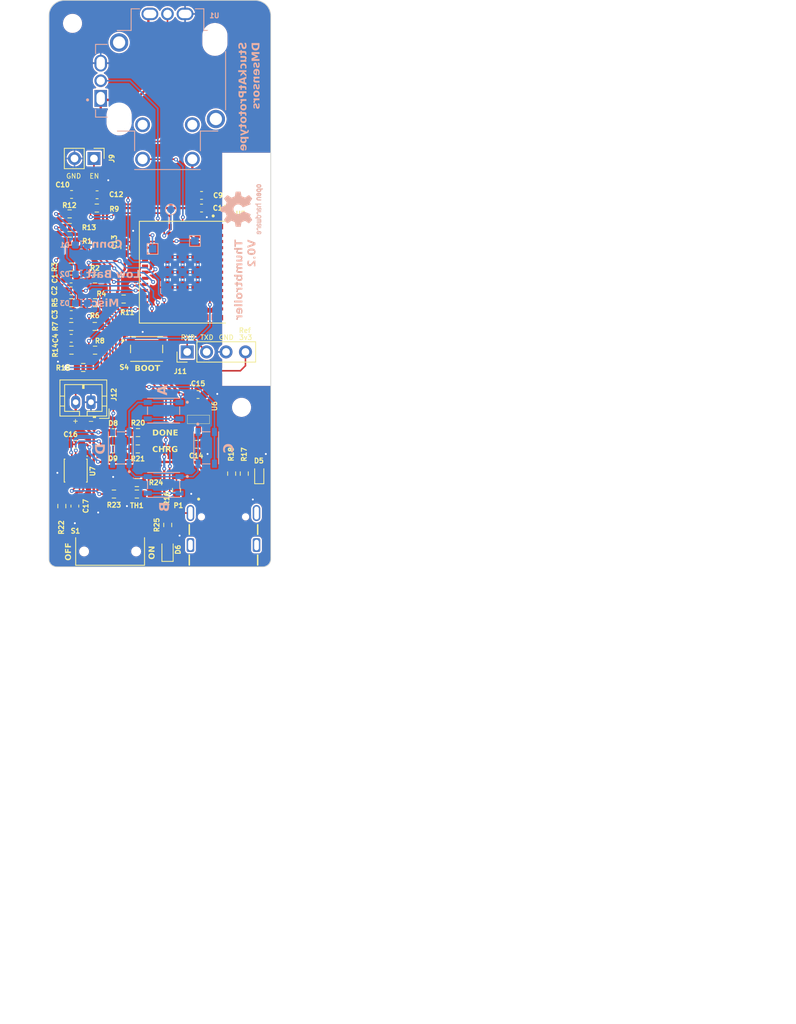
<source format=kicad_pcb>
(kicad_pcb (version 20240108) (generator "pcbnew") (generator_version "8.0")
  (layers (0 "F.Cu" signal) (1 "In1.Cu" signal) (2 "In2.Cu" signal) (31 "B.Cu" signal) (34 "B.Paste" user) (35 "F.Paste" user) (36 "B.SilkS" user "B.Silkscreen") (37 "F.SilkS" user "F.Silkscreen") (38 "B.Mask" user) (39 "F.Mask" user) (44 "Edge.Cuts" user))
  (net 0 "")
  (net 1 "LIPO+")
  (net 2 "GND")
  (net 3 "+3V3")
  (net 4 "/CP_EN")
  (net 5 "/raw_voltage")
  (net 6 "+5V")
  (net 7 "Net-(D1-A)")
  (net 8 "Net-(D2-A)")
  (net 9 "Net-(D3-A)")
  (net 10 "/SW_A")
  (net 11 "/U0RXD")
  (net 12 "/U0TXD")
  (net 13 "/SW_B")
  (net 14 "Net-(R2-Pad2)")
  (net 15 "Net-(R4-Pad2)")
  (net 16 "Net-(U5-IO13)")
  (net 17 "Net-(U5-IO14)")
  (net 18 "/VR_BTN")
  (net 19 "/VR2")
  (net 20 "/VR1")
  (net 21 "/ADC_BATT")
  (net 22 "Net-(U5-IO08)")
  (net 23 "Net-(U5-IO27)")
  (net 24 "Net-(U5-IO26)")
  (net 25 "Net-(U5-IO25)")
  (net 26 "Net-(P1-SHIELD)")
  (net 27 "Net-(P1-VCONN)")
  (net 28 "Net-(P1-CC)")
  (net 29 "/STAT1")
  (net 30 "/STAT2")
  (net 31 "/PG")
  (net 32 "Net-(U7-PROG)")
  (net 33 "Net-(R23-Pad1)")
  (net 34 "Net-(U7-THERM)")
  (net 37 "Net-(U5-IO0)")
  (net 49 "Net-(D8-A)")
  (net 50 "Net-(D9-A)")
  (net 51 "Net-(D6-A)")
  (net 52 "/CHRGR+")
  (net 53 "Net-(U5-IO9)")
  (net 54 "/SW_C")
  (net 55 "/SW_D")
  (net 56 "Net-(R6-Pad2)")
  (net 57 "Net-(R8-Pad2)")
  (footprint "kicad_reformed_custom_IC:AP2204" (layer "F.Cu") (at 77.5 83.7)
    (property "Reference" "U6")
    (property "Value" "AP2204")
  )
  (footprint "MountingHole:MountingHole_2.2mm_M2" (layer "F.Cu") (at 61.087 32.004)
    (property "Reference" "REF**" (hide yes))
    (property "Value" "MountingHole_2.2mm_M2")
  )
  (footprint "kicad_reformed_custom_IC:SW_PTS810_SJM_250_SMTR_LFS" (layer "F.Cu") (at 70.7722 74.5408)
    (property "Reference" "S4")
    (property "Value" "TL4100AF240QG_")
  )
  (footprint "Resistor_SMD:R_0603_1608Metric" (layer "F.Cu") (at 81.8896 90.8304 90)
    (property "Reference" "R18")
    (property "Value" "5k1")
  )
  (footprint "Capacitor_SMD:C_0603_1608Metric" (layer "F.Cu") (at 60.8962 65.405 180)
    (property "Reference" "C1")
    (property "Value" "1uF 25V")
  )
  (footprint "Resistor_SMD:R_0603_1608Metric" (layer "F.Cu") (at 60.947 74.7014 180)
    (property "Reference" "R14")
    (property "Value" "100k")
  )
  (footprint "kicad_reformed_custom_IC:SW_JS102011SAQN" (layer "F.Cu") (at 66 101)
    (property "Reference" "S1")
    (property "Value" "JS102011SAQN")
  )
  (footprint "Resistor_SMD:R_0603_1608Metric" (layer "F.Cu") (at 60.8924 63.8444 180)
    (property "Reference" "R3")
    (property "Value" "100k")
  )
  (footprint "Resistor_SMD:R_0603_1608Metric" (layer "F.Cu") (at 66.5 93.5 180)
    (property "Reference" "R23")
    (property "Value" "1.43K")
  )
  (footprint "Capacitor_SMD:C_0603_1608Metric" (layer "F.Cu") (at 77.9526 56.134)
    (property "Reference" "C11")
    (property "Value" "0.1uF")
  )
  (footprint "Capacitor_SMD:C_0603_1608Metric" (layer "F.Cu") (at 77.9526 54.483)
    (property "Reference" "C9")
    (property "Value" "47uF")
  )
  (footprint "Connector_PinHeader_2.54mm:PinHeader_1x02_P2.54mm_Vertical" (layer "F.Cu") (at 63.886 49.657 -90)
    (property "Reference" "J9")
    (property "Value" "Chip Enable")
  )
  (footprint "Resistor_SMD:R_0603_1608Metric" (layer "F.Cu") (at 64.0204 65.405)
    (property "Reference" "R2")
    (property "Value" "10k")
  )
  (footprint "Diode_SMD:D_0603_1608Metric" (layer "F.Cu") (at 73.5076 100.8126 90)
    (property "Reference" "D6")
    (property "Value" "PWLED")
  )
  (footprint "Capacitor_SMD:C_0603_1608Metric" (layer "F.Cu") (at 67.9196 61.3156 90)
    (property "Reference" "C13")
    (property "Value" "0.1uF")
  )
  (footprint "Resistor_SMD:R_0603_1608Metric" (layer "F.Cu") (at 69.5 93.5)
    (property "Reference" "TH1")
    (property "Value" "TH 10k")
  )
  (footprint "Resistor_SMD:R_0603_1608Metric" (layer "F.Cu") (at 64.0334 68.5038)
    (property "Reference" "R4")
    (property "Value" "10k")
  )
  (footprint "Capacitor_SMD:C_0603_1608Metric" (layer "F.Cu") (at 66.3978 87.6186)
    (property "Reference" "D9")
    (property "Value" "LED")
  )
  (footprint "Connector_PinHeader_2.54mm:PinHeader_1x04_P2.54mm_Vertical" (layer "F.Cu") (at 76.075 74.93 90)
    (property "Reference" "J11")
    (property "Value" "UART")
  )
  (footprint "Resistor_SMD:R_0603_1608Metric" (layer "F.Cu") (at 64.262 56.134 180)
    (property "Reference" "R9")
    (property "Value" "10k")
  )
  (footprint "Capacitor_SMD:C_0603_1608Metric" (layer "F.Cu") (at 60.9216 70.0532 180)
    (property "Reference" "C3")
    (property "Value" "1uF 25V")
  )
  (footprint "kicad_reformed_custom_IC:GCT_USB4105-GF-A" (layer "F.Cu") (at 80.8225 100.1625)
    (property "Reference" "P1")
    (property "Value" "USB_C_Plug_USB2.0")
  )
  (footprint "Resistor_SMD:R_0603_1608Metric" (layer "F.Cu") (at 69.5 92 180)
    (property "Reference" "R24")
    (property "Value" "75K")
  )
  (footprint "Capacitor_SMD:C_0603_1608Metric" (layer "F.Cu") (at 77.5 80.5)
    (property "Reference" "C15")
    (property "Value" "10uF")
  )
  (footprint "Capacitor_SMD:C_0603_1608Metric" (layer "F.Cu") (at 64.296 54.398)
    (property "Reference" "C12")
    (property "Value" "0.1uF")
  )
  (footprint "Diode_SMD:D_SOD-523" (layer "F.Cu") (at 85.4964 90.8924 90)
    (property "Reference" "D5")
    (property "Value" "TPD1E10B06DPYR")
  )
  (footprint "Resistor_SMD:R_0603_1608Metric" (layer "F.Cu") (at 60.9216 68.5038 180)
    (property "Reference" "R5")
    (property "Value" "100k")
  )
  (footprint "MountingHole:MountingHole_2.2mm_M2" (layer "F.Cu") (at 83.185 82.169)
    (property "Reference" "REF**" (hide yes))
    (property "Value" "MountingHole_2.2mm_M2")
  )
  (footprint "Capacitor_SMD:C_0603_1608Metric" (layer "F.Cu") (at 61.3918 95.0722 -90)
    (property "Reference" "C17")
    (property "Value" "22uF")
  )
  (footprint "Capacitor_SMD:C_0603_1608Metric" (layer "F.Cu") (at 60.8962 66.9544 180)
    (property "Reference" "C2")
    (property "Value" "1uF 25V")
  )
  (footprint "Resistor_SMD:R_0603_1608Metric" (layer "F.Cu") (at 67.7672 68.0212 180)
    (property "Reference" "R11")
    (property "Value" "10k")
  )
  (footprint "Resistor_SMD:R_0603_1608Metric" (layer "F.Cu") (at 62.484 76.962 180)
    (property "Reference" "R10")
    (property "Value" "10k")
  )
  (footprint "kicad_reformed_custom_IC:SON50P300X300X100-11N" (layer "F.Cu") (at 61.5 90.435 -90)
    (property "Reference" "U7")
    (property "Value" "MCP73833")
  )
  (footprint "Resistor_SMD:R_0603_1608Metric" (layer "F.Cu") (at 73.533 97.536 90)
    (property "Reference" "R25")
    (property "Value" "200")
  )
  (footprint "Resistor_SMD:R_0603_1608Metric" (layer "F.Cu") (at 69.6214 87.6046 180)
    (property "Reference" "R21")
    (property "Value" "470")
  )
  (footprint "Resistor_SMD:R_0603_1608Metric" (layer "F.Cu") (at 83.5406 90.8304 90)
    (property "Reference" "R17")
    (property "Value" "5k1")
  )
  (footprint "Capacitor_SMD:C_0603_1608Metric" (layer "F.Cu") (at 60.9216 73.152 180)
    (property "Reference" "C4")
    (property "Value" "1uF 25V")
  )
  (footprint "Capacitor_SMD:C_0603_1608Metric" (layer "F.Cu") (at 77.25 87)
    (property "Reference" "C14")
    (property "Value" "2.2uF")
  )
  (footprint "Capacitor_SMD:C_0603_1608Metric" (layer "F.Cu") (at 66.3956 85.471)
    (property "Reference" "D8")
    (property "Value" "LED")
  )
  (footprint "Resistor_SMD:R_0603_1608Metric" (layer "F.Cu") (at 74.676 92.9894 90)
    (property "Reference" "R16")
    (property "Value" "1M")
  )
  (footprint "MountingHole:MountingHole_2.2mm_M2" (layer "F.Cu") (at 82.804 50.165)
    (property "Reference" "REF**" (hide yes))
    (property "Value" "MountingHole_2.2mm_M2")
  )
  (footprint "Capacitor_SMD:C_0603_1608Metric" (layer "F.Cu") (at 60.96 54.356 180)
    (property "Reference" "C10")
    (property "Value" "1uF 25V")
  )
  (footprint "Connector_JST:JST_PH_B2B-PH-K_1x02_P2.00mm_Vertical" (layer "F.Cu") (at 63.5 81.5 180)
    (property "Reference" "J12")
    (property "Value" "JST 2.0 BATT")
  )
  (footprint "Resistor_SMD:R_0603_1608Metric" (layer "F.Cu") (at 60.706 58.674)
    (property "Reference" "R13")
    (property "Value" "200")
  )
  (footprint "Resistor_SMD:R_0603_1608Metric" (layer "F.Cu") (at 69.6456 85.471 180)
    (property "Reference" "R20")
    (property "Value" "470")
  )
  (footprint "Resistor_SMD:R_0603_1608Metric" (layer "F.Cu") (at 60.9094 71.6026 180)
    (property "Reference" "R7")
    (property "Value" "100k")
  )
  (footprint "Capacitor_SMD:C_0603_1608Metric" (layer "F.Cu") (at 61.5 87 180)
    (property "Reference" "C16")
    (property "Value" "10uF")
  )
  (footprint "Resistor_SMD:R_0603_1608Metric" (layer "F.Cu") (at 63.995 71.6026)
    (property "Reference" "R6")
    (property "Value" "10k")
  )
  (footprint "Resistor_SMD:R_0603_1608Metric" (layer "F.Cu") (at 59.69 95.0722 -90)
    (property "Reference" "R22")
    (property "Value" "1.43K")
  )
  (footprint "Resistor_SMD:R_0603_1608Metric" (layer "F.Cu") (at 64.0336 74.7014)
    (property "Reference" "R8")
    (property "Value" "10k")
  )
  (footprint "kicad_reformed_custom_IC:MODULE_ESP32-H2-MINI-1-H2" (layer "F.Cu") (at 78.175 64.5125 -90)
    (property "Reference" "U5")
    (property "Value" "ESP32-H2-MINI-1")
  )
  (footprint "Resistor_SMD:R_0603_1608Metric" (layer "F.Cu") (at 60.706 56.896)
    (property "Reference" "R12")
    (property "Value" "200")
  )
  (footprint "Resistor_SMD:R_0603_1608Metric" (layer "F.Cu") (at 60.706 60.452)
    (property "Reference" "R1")
    (property "Value" "200")
  )
  (footprint "Symbol:OSHW-Logo2_7.3x6mm_SilkScreen" (layer "B.Cu") (at 83.2104 56.2864 -90)
    (property "Reference" "REF**" (hide yes))
    (property "Value" "OSHW-Logo2_7.3x6mm_SilkScreen" (hide yes))
  )
  (footprint "TestPoint:TestPoint_Pad_1.0x1.0mm" (layer "B.Cu") (at 71.5518 61.468 180)
    (property "Reference" "TP1" (hide yes))
    (property "Value" "0_IN1")
  )
  (footprint "Capacitor_SMD:C_0603_1608Metric" (layer "B.Cu") (at 62.23 60.96 180)
    (property "Reference" "D1")
    (property "Value" "LED")
  )
  (footprint "Capacitor_SMD:C_0603_1608Metric" (layer "B.Cu") (at 62.23 64.77 180)
    (property "Reference" "D2")
    (property "Value" "LED")
  )
  (footprint "kicad_reformed_custom_IC:LOGO_6mm_microDMG" (layer "B.Cu") (at 81.167142 93.605234 -90)
    (property "Reference" "G***" (hide yes))
    (property "Value" "LOGO" (hide yes))
  )
  (footprint "Capacitor_SMD:C_0603_1608Metric" (layer "B.Cu") (at 62.23 68.58 180)
    (property "Reference" "D3")
    (property "Value" "LED")
  )
  (footprint "kicad_reformed_custom_IC:SW_PTS810_SJM_250_SMTR_LFS" (layer "B.Cu") (at 67.4034 87.4698 90)
    (property "Reference" "S6" (hide yes))
    (property "Value" "TL4100AF240QG_")
  )
  (footprint "kicad_reformed_custom_IC:SW_PTS810_SJM_250_SMTR_LFS" (layer "B.Cu") (at 72.9996 92.3036 180)
    (property "Reference" "S3" (hide yes))
    (property "Value" "TL4100AF240QG_")
  )
  (footprint "TestPoint:TestPoint_Pad_D1.0mm" (layer "B.Cu") (at 73.9394 56.3118 180)
    (property "Reference" "TP3" (hide yes))
    (property "Value" "TP")
  )
  (footprint "kicad_reformed_custom_IC:SW_PTS810_SJM_250_SMTR_LFS" (layer "B.Cu") (at 78.5622 87.4615 -90)
    (property "Reference" "S5" (hide yes))
    (property "Value" "TL4100AF240QG_")
  )
  (footprint "kicad_reformed_custom_IC:CNK_THB001P" (layer "B.Cu") (at 73.5 39.5 180)
    (property "Reference" "U1")
    (property "Value" "THB001P")
  )
  (footprint "TestPoint:TestPoint_Pad_1.0x1.0mm" (layer "B.Cu") (at 77.089 60.4266 180)
    (property "Reference" "TP2" (hide yes))
    (property "Value" "0_IN2")
  )
  (footprint "kicad_reformed_custom_IC:SW_PTS810_SJM_250_SMTR_LFS" (layer "B.Cu") (at 72.9918 82.6008 180)
    (property "Reference" "S2" (hide yes))
    (property "Value" "TL4100AF240QG_")
  )
  (gr_arc (start 85 29) (mid 86.414214 29.585786) (end 87 31) (stroke (width 0.1)) (layer "Edge.Cuts"))
  (gr_line (start 58 31) (end 58 102) (stroke (width 0.1)) (layer "Edge.Cuts"))
  (gr_line (start 87 102) (end 87 31) (stroke (width 0.1)) (layer "Edge.Cuts"))
  (gr_line (start 85 29) (end 60 29) (stroke (width 0.1)) (layer "Edge.Cuts"))
  (gr_line (start 59 103) (end 86 103) (stroke (width 0.1)) (layer "Edge.Cuts"))
  (gr_arc (start 87 102) (mid 86.707107 102.707107) (end 86 103) (stroke (width 0.1)) (layer "Edge.Cuts"))
  (gr_arc (start 59 103) (mid 58.292893 102.707107) (end 58 102) (stroke (width 0.1)) (layer "Edge.Cuts"))
  (gr_arc (start 58 31) (mid 58.585786 29.585786) (end 60 29) (stroke (width 0.1)) (layer "Edge.Cuts"))
  (gr_text "B" (at 73.914 94.488 90) (layer "B.SilkS") (effects (font (size 1.27 1.27) (thickness 0.1016) (bold yes)) (justify left bottom mirror)))
  (gr_text "StuckAtPrototype\nDMsensors" (at 85.6996 34.4424 90) (layer "B.SilkS") (effects (font (size 1.016 1.016) (thickness 0.1016) (bold yes)) (justify left bottom mirror)))
  (gr_text "Misc" (at 67.183 69.1896 0) (layer "B.SilkS") (effects (font (size 1.016 1.016) (thickness 0.1016) (bold yes)) (justify left bottom mirror)))
  (gr_text "Thumbtroller\nV0.2" (at 85.1662 60.2488 90) (layer "B.SilkS") (effects (font (size 1.016 1.016) (thickness 0.127) (bold yes)) (justify left bottom mirror)))
  (gr_text "D" (at 65.532 86.868 90) (layer "B.SilkS") (effects (font (size 1.27 1.27) (thickness 0.1016) (bold yes)) (justify left bottom mirror)))
  (gr_text "C" (at 82.296 86.868 90) (layer "B.SilkS") (effects (font (size 1.27 1.27) (thickness 0.1016) (bold yes)) (justify left bottom mirror)))
  (gr_text "Low Batt" (at 69.9516 65.4304 0) (layer "B.SilkS") (effects (font (size 1.016 1.016) (thickness 0.1016) (bold yes)) (justify left bottom mirror)))
  (gr_text "Conn" (at 67.6148 61.4934 0) (layer "B.SilkS") (effects (font (size 1.016 1.016) (thickness 0.1016) (bold yes)) (justify left bottom mirror)))
  (gr_text "A" (at 73.66 79.248 90) (layer "B.SilkS") (effects (font (size 1.27 1.27) (thickness 0.1016) (bold yes)) (justify left bottom mirror)))
  (gr_text "3v3" (at 82.804 73.406 0) (layer "F.SilkS") (effects (font (size 0.635 0.635) (thickness 0.1016) (bold yes)) (justify left bottom)))
  (gr_text "GND" (at 60.198 52.324 0) (layer "F.SilkS") (effects (font (size 0.635 0.635) (thickness 0.1016) (bold yes)) (justify left bottom)))
  (gr_text "EN" (at 63.246 52.324 0) (layer "F.SilkS") (effects (font (size 0.635 0.635) (thickness 0.1016) (bold yes)) (justify left bottom)))
  (gr_text "ON" (at 71.9328 102.0572 90) (layer "F.SilkS") (effects (font (size 0.762 0.762) (thickness 0.1016) (bold yes)) (justify left bottom)))
  (gr_text "BOOT" (at 69.1896 77.5462 0) (layer "F.SilkS") (effects (font (size 0.762 0.762) (thickness 0.1016) (bold yes)) (justify left bottom)))
  (gr_text "CHRG" (at 71.501 88.138 0) (layer "F.SilkS") (effects (font (size 0.762 0.762) (thickness 0.1016) (bold yes)) (justify left bottom)))
  (gr_text "DONE" (at 71.501 85.979 0) (layer "F.SilkS") (effects (font (size 0.762 0.762) (thickness 0.1016) (bold yes)) (justify left bottom)))
  (gr_text "RXD" (at 75.184 73.406 0) (layer "F.SilkS") (effects (font (size 0.635 0.635) (thickness 0.1016) (bold yes)) (justify left bottom)))
  (gr_text "Ref" (at 82.7786 72.4916 0) (layer "F.SilkS") (effects (font (size 0.635 0.635) (thickness 0.1016) (bold yes)) (justify left bottom)))
  (gr_text "TXD" (at 77.724 73.406 0) (layer "F.SilkS") (effects (font (size 0.635 0.635) (thickness 0.1016) (bold yes)) (justify left bottom)))
  (gr_text "+" (at 61.0108 84.3026 0) (layer "F.SilkS") (effects (font (size 0.635 0.635) (thickness 0.1016) (bold yes)) (justify left bottom)))
  (gr_text "-" (at 63.0428 84.328 0) (layer "F.SilkS") (effects (font (size 0.635 0.635) (thickness 0.1016) (bold yes)) (justify left bottom)))
  (gr_text "GND" (at 80.137 73.406 0) (layer "F.SilkS") (effects (font (size 0.635 0.635) (thickness 0.1016) (bold yes)) (justify left bottom)))
  (gr_text "OFF" (at 61.0108 102.2096 90) (layer "F.SilkS") (effects (font (size 0.762 0.762) (thickness 0.1016) (bold yes)) (justify left bottom)))
  (segment (start 63.309 77.9912) (end 62.7888 78.5114) (width 0.2032) (layer "F.Cu") (net 1))
  (segment (start 63.8556 93.8022) (end 63.8556 85.852) (width 0.3048) (layer "F.Cu") (net 1))
  (segment (start 61.5 79.0128) (end 61.5 81.5) (width 0.2032) (layer "F.Cu") (net 1))
  (segment (start 66 98.25) (end 66 95.9466) (width 0.3048) (layer "F.Cu") (net 1))
  (segment (start 61.5 83.4964) (end 61.5 81.5) (width 0.3048) (layer "F.Cu") (net 1))
  (segment (start 62.7888 78.5114) (end 62.0014 78.5114) (width 0.2032) (layer "F.Cu") (net 1))
  (segment (start 63.8556 85.852) (end 61.5 83.4964) (width 0.3048) (layer "F.Cu") (net 1))
  (segment (start 63.309 76.962) (end 63.309 77.9912) (width 0.2032) (layer "F.Cu") (net 1))
  (segment (start 62.0014 78.5114) (end 61.5 79.0128) (width 0.2032) (layer "F.Cu") (net 1))
  (segment (start 66 95.9466) (end 63.8556 93.8022) (width 0.3048) (layer "F.Cu") (net 1))
  (segment (start 74.4875 66.4875) (end 73.5 66.4875) (width 0.2032) (layer "F.Cu") (net 2))
  (segment (start 73.5 65.5) (end 73.5 66.4875) (width 0.2032) (layer "F.Cu") (net 2))
  (segment (start 76.4625 66.4875) (end 77.45 66.4875) (width 0.2032) (layer "F.Cu") (net 2))
  (segment (start 75.475 64.5125) (end 76.4625 64.5125) (width 0.2032) (layer "F.Cu") (net 2))
  (segment (start 73.5 64.5125) (end 73.5 63.525) (width 0.2032) (layer "F.Cu") (net 2))
  (segment (start 75.475 64.5125) (end 74.4875 64.5125) (width 0.2032) (layer "F.Cu") (net 2))
  (segment (start 75.475 65.5) (end 75.475 66.4875) (width 0.2032) (layer "F.Cu") (net 2))
  (segment (start 77.45 63.525) (end 77.45 62.5375) (width 0.2032) (layer "F.Cu") (net 2))
  (segment (start 63.4106 81.4106) (end 63.5 81.5) (width 0.2032) (layer "F.Cu") (net 2))
  (segment (start 77.45 65.5) (end 77.45 66.4875) (width 0.2032) (layer "F.Cu") (net 2))
  (segment (start 73.5 65.5) (end 73.5 64.5125) (width 0.2032) (layer "F.Cu") (net 2))
  (segment (start 73.5 63.525) (end 73.5 62.5375) (width 0.2032) (layer "F.Cu") (net 2))
  (segment (start 77.45 63.525) (end 77.45 64.5125) (width 0.2032) (layer "F.Cu") (net 2))
  (segment (start 76.4625 62.5375) (end 77.45 62.5375) (width 0.2032) (layer "F.Cu") (net 2))
  (segment (start 77.45 65.5) (end 77.45 64.5125) (width 0.2032) (layer "F.Cu") (net 2))
  (segment (start 75.475 63.525) (end 75.475 62.5375) (width 0.2032) (layer "F.Cu") (net 2))
  (segment (start 74.4875 64.5125) (end 73.5 64.5125) (width 0.2032) (layer "F.Cu") (net 2))
  (segment (start 76.4625 66.4875) (end 75.475 66.4875) (width 0.2032) (layer "F.Cu") (net 2))
  (segment (start 76.4625 62.5375) (end 75.475 62.5375) (width 0.2032) (layer "F.Cu") (net 2))
  (segment (start 74.4875 66.4875) (end 75.475 66.4875) (width 0.2032) (layer "F.Cu") (net 2))
  (segment (start 75.475 64.5125) (end 75.475 65.5) (width 0.2032) (layer "F.Cu") (net 2))
  (segment (start 63.8556 81.8556) (end 63.5 81.5) (width 0.3048) (layer "F.Cu") (net 2))
  (segment (start 75.475 64.5125) (end 75.475 63.525) (width 0.2032) (layer "F.Cu") (net 2))
  (segment (start 74.4875 62.5375) (end 73.5 62.5375) (width 0.2032) (layer "F.Cu") (net 2))
  (segment (start 74.4875 62.5375) (end 75.475 62.5375) (width 0.2032) (layer "F.Cu") (net 2))
  (via (at 75.0824 98.933) (size 0.508) (drill 0.254) (layers "F.Cu" "B.Cu") (net 2))
  (via (at 76.6064 93.472) (size 0.508) (drill 0.254) (layers "F.Cu" "B.Cu") (net 2))
  (via (at 84.6582 94.2086) (size 0.508) (drill 0.254) (layers "F.Cu" "B.Cu") (net 2))
  (via (at 66.3956 91.2622) (size 0.508) (drill 0.254) (layers "F.Cu" "B.Cu") (net 2))
  (via (at 61.3918 97.3074) (size 0.508) (drill 0.254) (layers "F.Cu" "B.Cu") (net 2))
  (via (at 78.74 88.265) (size 0.508) (drill 0.254) (layers "F.Cu" "B.Cu") (net 2))
  (via (at 65.7606 52.5018) (size 0.508) (drill 0.254) (layers "F.Cu" "B.Cu") (net 2))
  (via (at 86.36 88.265) (size 0.508) (drill 0.254) (layers "F.Cu" "B.Cu") (net 2))
  (via (at 69.0118 59.1058) (size 0.508) (drill 0.254) (layers "F.Cu" "B.Cu") (net 2))
  (via (at 80.01 80.4164) (size 0.508) (drill 0.254) (layers "F.Cu" "B.Cu") (net 2))
  (via (at 64.4398 95.9104) (size 0.508) (drill 0.254) (layers "F.Cu" "B.Cu") (net 2))
  (via (at 59.182 76.2) (size 0.508) (drill 0.254) (layers "F.Cu" "B.Cu") (net 2))
  (via (at 70.2564 72.3138) (size 0.508) (drill 0.254) (layers "F.Cu" "B.Cu") (net 2))
  (via (at 59.1058 90.7288) (size 0.508) (drill 0.254) (layers "F.Cu" "B.Cu") (net 2))
  (via (at 68.199 95.0722) (size 0.508) (drill 0.254) (layers "F.Cu" "B.Cu") (net 2))
  (via (at 78.6384 57.3278) (size 0.508) (drill 0.254) (layers "F.Cu" "B.Cu") (net 2))
  (segment (start 83.695 76.7314) (end 83.0326 77.3938) (width 0.2032) (layer "F.Cu") (net 3))
  (segment (start 70.575 62.1125) (end 67.9415 62.1125) (width 0.2032) (layer "F.Cu") (net 3))
  (segment (start 77.1776 57.137) (end 77.1776 56.134) (width 0.2032) (layer "F.Cu") (net 3))
  (segment (start 77.1776 54.483) (end 77.1776 56.134) (width 0.3048) (layer "F.Cu") (net 3))
  (segment (start 66.7134 62.0906) (end 67.9196 62.0906) (width 0.3048) (layer "F.Cu") (net 3))
  (segment (start 66.6496 56.134) (end 66.6496 47.6504) (width 0.3048) (layer "F.Cu") (net 3))
  (segment (start 76.725 81.4154) (end 76.725 80.5) (width 0.3048) (layer "F.Cu") (net 3))
  (segment (start 66.6496 56.134) (end 77.1776 56.134) (width 0.3048) (layer "F.Cu") (net 3))
  (segment (start 77.875 57.8344) (end 77.1776 57.137) (width 0.2032) (layer "F.Cu") (net 3))
  (segment (start 83.695 74.93) (end 83.695 76.7314) (width 0.2032) (layer "F.Cu") (net 3))
  (segment (start 76.6 81.5404) (end 76.725 81.4154) (width 0.3048) (layer "F.Cu") (net 3))
  (segment (start 76.725 80.5) (end 75.2422 80.5) (width 0.3048) (layer "F.Cu") (net 3))
  (segment (start 76.725 78.5452) (end 76.725 80.5) (width 0.2032) (layer "F.Cu") (net 3))
  (segment (start 72.4662 77.724) (end 68.453 77.724) (width 0.3048) (layer "F.Cu") (net 3))
  (segment (start 64.77 45.7708) (end 64.77 42) (width 0.3048) (layer "F.Cu") (net 3))
  (segment (start 65.087 56.134) (end 65.087 60.4642) (width 0.3048) (layer "F.Cu") (net 3))
  (segment (start 75.2348 80.4926) (end 72.4662 77.724) (width 0.3048) (layer "F.Cu") (net 3))
  (segment (start 67.31 76.581) (end 67.31 69.596) (width 0.3048) (layer "F.Cu") (net 3))
  (segment (start 66.9422 69.2282) (end 66.9422 68.0212) (width 0.3048) (layer "F.Cu") (net 3))
  (segment (start 83.0326 77.3938) (end 77.8764 77.3938) (width 0.2032) (layer "F.Cu") (net 3))
  (segment (start 76.6 82.4) (end 76.6 81.5404) (width 0.3048) (layer "F.Cu") (net 3))
  (segment (start 65.087 56.134) (end 66.6496 56.134) (width 0.3048) (layer "F.Cu") (net 3))
  (segment (start 67.0814 66.9036) (end 66.9422 67.0428) (width 0.3048) (layer "F.Cu") (net 3))
  (segment (start 67.0814 64.9986) (end 67.0814 66.9036) (width 0.3048) (layer "F.Cu") (net 3))
  (segment (start 75.2422 80.5) (end 75.2348 80.4926) (width 0.3048) (layer "F.Cu") (net 3))
  (segment (start 76.75 52.6962) (end 76.75 49.75) (width 0.3048) (layer "F.Cu") (net 3))
  (segment (start 66.6496 47.6504) (end 64.77 45.7708) (width 0.3048) (layer "F.Cu") (net 3))
  (segment (start 68.453 77.724) (end 67.31 76.581) (width 0.3048) (layer "F.Cu") (net 3))
  (segment (start 77.8764 77.3938) (end 76.725 78.5452) (width 0.2032) (layer "F.Cu") (net 3))
  (segment (start 67.9196 62.0906) (end 67.9196 64.1604) (width 0.3048) (layer "F.Cu") (net 3))
  (segment (start 77.875 58.6125) (end 77.875 57.8344) (width 0.2032) (layer "F.Cu") (net 3))
  (segment (start 67.9196 64.1604) (end 67.0814 64.9986) (width 0.3048) (layer "F.Cu") (net 3))
  (segment (start 64.77 42) (end 69.3028 42) (width 0.3048) (layer "F.Cu") (net 3))
  (segment (start 67.31 69.596) (end 66.9422 69.2282) (width 0.3048) (layer "F.Cu") (net 3))
  (segment (start 66.9422 67.0428) (end 66.9422 68.0212) (width 0.3048) (layer "F.Cu") (net 3))
  (segment (start 71 40.3028) (end 71 30.77) (width 0.3048) (layer "F.Cu") (net 3))
  (segment (start 77.1776 54.483) (end 77.1776 53.1238) (width 0.3048) (layer "F.Cu") (net 3))
  (segment (start 77.1776 53.1238) (end 76.75 52.6962) (width 0.3048) (layer "F.Cu") (net 3))
  (segment (start 65.087 60.4642) (end 66.7134 62.0906) (width 0.3048) (layer "F.Cu") (net 3))
  (segment (start 69.3028 42) (end 71 40.3028) (width 0.3048) (layer "F.Cu") (net 3))
  (segment (start 67.9415 62.1125) (end 67.9196 62.0906) (width 0.2032) (layer "F.Cu") (net 3))
  (via (at 75.2348 80.4926) (size 0.508) (drill 0.254) (layers "F.Cu" "B.Cu") (net 3))
  (segment (start 70.9246 91.2286) (end 75.0746 91.2286) (width 0.2032) (layer "B.Cu") (net 3))
  (segment (start 69.283 91.2286) (end 70.9246 91.2286) (width 0.2032) (layer "B.Cu") (net 3))
  (segment (start 68.4784 90.424) (end 69.283 91.2286) (width 0.2032) (layer "B.Cu") (net 3))
  (segment (start 68.4784 89.5448) (end 68.4784 85.3948) (width 0.2032) (layer "B.Cu") (net 3))
  (segment (start 76.8432 91.2286) (end 77.4872 90.5846) (width 0.2032) (layer "B.Cu") (net 3))
  (segment (start 75.0492 81.5258) (end 75.2348 81.3402) (width 0.2032) (layer "B.Cu") (net 3))
  (segment (start 77.4872 90.5846) (end 77.4872 89.5365) (width 0.2032) (layer "B.Cu") (net 3))
  (segment (start 75.0746 91.2286) (end 76.8432 91.2286) (width 0.2032) (layer "B.Cu") (net 3))
  (segment (start 68.4784 82.677) (end 69.6296 81.5258) (width 0.2032) (layer "B.Cu") (net 3))
  (segment (start 75.2348 81.3402) (end 75.2348 80.4926) (width 0.2032) (layer "B.Cu") (net 3))
  (segment (start 68.4784 89.5448) (end 68.4784 90.424) (width 0.2032) (layer "B.Cu") (net 3))
  (segment (start 68.4784 85.3948) (end 68.4784 82.677) (width 0.2032) (layer "B.Cu") (net 3))
  (segment (start 69.6296 81.5258) (end 75.0492 81.5258) (width 0.2032) (layer "B.Cu") (net 3))
  (segment (start 77.4872 85.3865) (end 77.4872 89.5365) (width 0.2032) (layer "B.Cu") (net 3))
  (segment (start 61.735 54.356) (end 63.479 54.356) (width 0.2032) (layer "F.Cu") (net 4))
  (segment (start 63.521 56.05) (end 63.437 56.134) (width 0.2032) (layer "F.Cu") (net 4))
  (segment (start 66.6496 56.7944) (end 73.3806 56.7944) (width 0.2032) (layer "F.Cu") (net 4))
  (segment (start 63.437 56.134) (end 63.437 57.2648) (width 0.2032) (layer "F.Cu") (net 4))
  (segment (start 66.1416 57.3024) (end 66.6496 56.7944) (width 0.2032) (layer "F.Cu") (net 4))
  (segment (start 63.479 54.356) (end 63.521 54.398) (width 0.2032) (layer "F.Cu") (net 4))
  (segment (start 63.886 49.657) (end 63.886 53.2588) (width 0.2032) (layer "F.Cu") (net 4))
  (segment (start 63.521 54.398) (end 63.521 56.05) (width 0.2032) (layer "F.Cu") (net 4))
  (segment (start 73.875 57.2888) (end 73.875 58.6125) (width 0.2032) (layer "F.Cu") (net 4))
  (segment (start 63.886 53.2588) (end 63.521 53.6238) (width 0.2032) (layer "F.Cu") (net 4))
  (segment (start 63.437 57.2648) (end 63.4746 57.3024) (width 0.2032) (layer "F.Cu") (net 4))
  (segment (start 73.3806 56.7944) (end 73.875 57.2888) (width 0.2032) (layer "F.Cu") (net 4))
  (segment (start 63.521 53.6238) (end 63.521 54.398) (width 0.2032) (layer "F.Cu") (net 4))
  (via (at 66.1416 57.3024) (size 0.508) (drill 0.254) (layers "F.Cu" "B.Cu") (net 4))
  (via (at 63.4746 57.3024) (size 0.508) (drill 0.254) (layers "F.Cu" "B.Cu") (net 4))
  (segment (start 66.1416 57.3024) (end 63.4746 57.3024) (width 0.2032) (layer "B.Cu") (net 4))
  (segment (start 70.152 98.25) (end 70.485 97.917) (width 0.2032) (layer "F.Cu") (net 5))
  (segment (start 76.9366 83.82) (end 78.232 83.82) (width 0.3048) (layer "F.Cu") (net 5))
  (segment (start 68.5 98.25) (end 70.152 98.25) (width 0.2032) (layer "F.Cu") (net 5))
  (segment (start 70.485 96.9518) (end 70.7258 96.711) (width 0.2032) (layer "F.Cu") (net 5))
  (segment (start 73.0758 87.7062) (end 73.782 87) (width 0.3048) (layer "F.Cu") (net 5))
  (segment (start 68.5 96.2444) (end 68.5 98.25) (width 0.3048) (layer "F.Cu") (net 5))
  (segment (start 76.6 85) (end 76.6 84.1566) (width 0.3048) (layer "F.Cu") (net 5))
  (segment (start 76.475 86.1866) (end 76.6 86.0616) (width 0.3048) (layer "F.Cu") (net 5))
  (segment (start 73.0758 90.1954) (end 73.0758 94.1832) (width 0.3048) (layer "F.Cu") (net 5))
  (segment (start 73.0758 88.646) (end 73.0758 87.7062) (width 0.3048) (layer "F.Cu") (net 5))
  (segment (start 78.232 83.82) (end 78.5 84.088) (width 0.3048) (layer "F.Cu") (net 5))
  (segment (start 78.5 84.088) (end 78.5 85) (width 0.3048) (layer "F.Cu") (net 5))
  (segment (start 69.1642 95.5802) (end 68.5 96.2444) (width 0.3048) (layer "F.Cu") (net 5))
  (segment (start 70.485 97.917) (end 70.485 96.9518) (width 0.2032) (layer "F.Cu") (net 5))
  (segment (start 70.7258 96.711) (end 73.533 96.711) (width 0.2032) (layer "F.Cu") (net 5))
  (segment (start 73.782 87) (end 76.475 87) (width 0.3048) (layer "F.Cu") (net 5))
  (segment (start 76.6 86.0616) (end 76.6 85) (width 0.3048) (layer "F.Cu") (net 5))
  (segment (start 76.6 84.1566) (end 76.9366 83.82) (width 0.3048) (layer "F.Cu") (net 5))
  (segment (start 76.475 87) (end 76.475 86.1866) (width 0.3048) (layer "F.Cu") (net 5))
  (segment (start 71.6788 95.5802) (end 69.1642 95.5802) (width 0.3048) (layer "F.Cu") (net 5))
  (segment (start 73.0758 94.1832) (end 71.6788 95.5802) (width 0.3048) (layer "F.Cu") (net 5))
  (via (at 73.0758 88.646) (size 0.508) (drill 0.254) (layers "F.Cu" "B.Cu") (net 5))
  (via (at 73.0758 90.1954) (size 0.508) (drill 0.254) (layers "F.Cu" "B.Cu") (net 5))
  (segment (start 73.0758 88.646) (end 73.0758 90.1954) (width 0.3048) (layer "B.Cu") (net 5))
  (segment (start 63.2968 87.376) (end 62.9208 87) (width 0.3048) (layer "F.Cu") (net 6))
  (segment (start 70.4088 89.3064) (end 64.4398 89.3064) (width 0.3048) (layer "F.Cu") (net 6))
  (segment (start 64.4398 89.3064) (end 64.4144 89.281) (width 0.3048) (layer "F.Cu") (net 6))
  (segment (start 62.275 87.6866) (end 62.275 87) (width 0.2032) (layer "F.Cu") (net 6))
  (segment (start 85.4964 93.0402) (end 85.4964 91.5924) (width 0.2032) (layer "F.Cu") (net 6))
  (segment (start 62.3824 88.2142) (end 62 88.2142) (width 0.2032) (layer "F.Cu") (net 6))
  (segment (start 82.6008 96.7486) (end 79.0194 96.7486) (width 0.2032) (layer "F.Cu") (net 6))
  (segment (start 62 88.2142) (end 62 87.9616) (width 0.2032) (layer "F.Cu") (net 6))
  (segment (start 83.6676 93.4466) (end 85.09 93.4466) (width 0.2032) (layer "F.Cu") (net 6))
  (segment (start 70.4464 89.2688) (end 70.4088 89.3064) (width 0.2032) (layer "F.Cu") (net 6))
  (segment (start 83.1335 96.2159) (end 82.6008 96.7486) (width 0.2032) (layer "F.Cu") (net 6))
  (segment (start 62 87.9616) (end 62.275 87.6866) (width 0.2032) (layer "F.Cu") (net 6))
  (segment (start 70.4706 87.5804) (end 70.4464 87.6046) (width 0.2032) (layer "F.Cu") (net 6))
  (segment (start 83.2225 95.4075) (end 83.2225 93.8917) (width 0.2032) (layer "F.Cu") (net 6))
  (segment (start 83.2225 95.4075) (end 83.1335 95.4965) (width 0.2032) (layer "F.Cu") (net 6))
  (segment (start 85.09 93.4466) (end 85.4964 93.0402) (width 0.2032) (layer "F.Cu") (net 6))
  (segment (start 62.5 88.3318) (end 62.3824 88.2142) (width 0.2032) (layer "F.Cu") (net 6))
  (segment (start 79.0194 96.7486) (end 78.5115 96.2407) (width 0.2032) (layer "F.Cu") (net 6))
  (segment (start 78.5115 96.2407) (end 78.5115 95.4965) (width 0.2032) (layer "F.Cu") (net 6))
  (segment (start 70.4706 85.471) (end 70.4706 87.5804) (width 0.2032) (layer "F.Cu") (net 6))
  (segment (start 62 89) (end 62 88.2142) (width 0.2032) (layer "F.Cu") (net 6))
  (segment (start 78.5115 95.4965) (end 78.4225 95.4075) (width 0.2032) (layer "F.Cu") (net 6))
  (segment (start 77.0636 89.3064) (end 70.4088 89.3064) (width 0.3048) (layer "F.Cu") (net 6))
  (segment (start 78.4225 95.4075) (end 78.4225 90.6653) (width 0.3048) (layer "F.Cu") (net 6))
  (segment (start 70.4464 87.6046) (end 70.4464 89.2688) (width 0.2032) (layer "F.Cu") (net 6))
  (segment (start 83.1335 95.4965) (end 83.1335 96.2159) (width 0.2032) (layer "F.Cu") (net 6))
  (segment (start 62.5 89) (end 62.5 88.3318) (width 0.2032) (layer "F.Cu") (net 6))
  (segment (start 83.2225 93.8917) (end 83.6676 93.4466) (width 0.2032) (layer "F.Cu") (net 6))
  (segment (start 78.4225 90.6653) (end 77.0636 89.3064) (width 0.3048) (layer "F.Cu") (net 6))
  (segment (start 62.9208 87) (end 62.275 87) (width 0.3048) (layer "F.Cu") (net 6))
  (via (at 63.2968 87.376) (size 0.508) (drill 0.254) (layers "F.Cu" "B.Cu") (net 6))
  (via (at 64.4144 89.281) (size 0.508) (drill 0.254) (layers "F.Cu" "B.Cu") (net 6))
  (segment (start 63.2968 88.138) (end 64.4144 89.2556) (width 0.3048) (layer "B.Cu") (net 6))
  (segment (start 63.2968 87.376) (end 63.2968 88.138) (width 0.3048) (layer "B.Cu") (net 6))
  (segment (start 64.4144 89.2556) (end 64.4144 89.281) (width 0.3048) (layer "B.Cu") (net 6))
  (segment (start 58.928 56.896) (end 59.881 56.896) (width 0.2032) (layer "F.Cu") (net 7))
  (via (at 58.928 56.896) (size 0.508) (drill 0.254) (layers "F.Cu" "B.Cu") (net 7))
  (segment (start 61.455 59.423) (end 61.455 60.96) (width 0.2032) (layer "B.Cu") (net 7))
  (segment (start 58.928 56.896) (end 61.455 59.423) (width 0.2032) (layer "B.Cu") (net 7))
  (segment (start 58.928 58.674) (end 59.881 58.674) (width 0.2032) (layer "F.Cu") (net 8))
  (via (at 58.928 58.674) (size 0.508) (drill 0.254) (layers "F.Cu" "B.Cu") (net 8))
  (segment (start 58.928 58.674) (end 60.3504 60.0964) (width 0.2032) (layer "B.Cu") (net 8))
  (segment (start 60.3504 60.0964) (end 60.3504 62.611) (width 0.2032) (layer "B.Cu") (net 8))
  (segment (start 60.3504 62.611) (end 61.455 63.7156) (width 0.2032) (layer "B.Cu") (net 8))
  (segment (start 61.455 63.7156) (end 61.455 64.77) (width 0.2032) (layer "B.Cu") (net 8))
  (segment (start 58.930589 62.964011) (end 59.881 62.0136) (width 0.2032) (layer "F.Cu") (net 9))
  (segment (start 59.881 62.0136) (end 59.881 60.452) (width 0.2032) (layer "F.Cu") (net 9))
  (via (at 58.930589 62.964011) (size 0.508) (drill 0.254) (layers "F.Cu" "B.Cu") (net 9))
  (segment (start 58.930589 62.964011) (end 58.930589 64.950389) (width 0.2032) (layer "B.Cu") (net 9))
  (segment (start 61.455 67.4748) (end 61.455 68.58) (width 0.2032) (layer "B.Cu") (net 9))
  (segment (start 58.930589 64.950389) (end 61.455 67.4748) (width 0.2032) (layer "B.Cu") (net 9))
  (segment (start 70.575 65.3125) (end 71.1545 65.3125) (width 0.2032) (layer "F.Cu") (net 10))
  (segment (start 61.6712 65.405) (end 63.1954 65.405) (width 0.2032) (layer "F.Cu") (net 10))
  (segment (start 61.6712 63.8906) (end 61.7174 63.8444) (width 0.2032) (layer "F.Cu") (net 10))
  (segment (start 63.1952 63.2714) (end 63.1954 63.2716) (width 0.2032) (layer "F.Cu") (net 10))
  (segment (start 71.1545 65.3125) (end 71.628 65.786) (width 0.2032) (layer "F.Cu") (net 10))
  (segment (start 61.6712 65.405) (end 61.6712 63.8906) (width 0.2032) (layer "F.Cu") (net 10))
  (segment (start 63.1954 63.2716) (end 63.1954 65.405) (width 0.2032) (layer "F.Cu") (net 10))
  (via (at 71.628 65.786) (size 0.508) (drill 0.254) (layers "F.Cu" "B.Cu") (net 10))
  (via (at 63.1952 63.2714) (size 0.508) (drill 0.254) (layers "F.Cu" "B.Cu") (net 10))
  (segment (start 65.3796 63.246) (end 63.2206 63.246) (width 0.2032) (layer "B.Cu") (net 10))
  (segment (start 71.628 65.786) (end 70.4088 64.5668) (width 0.2032) (layer "B.Cu") (net 10))
  (segment (start 63.2206 63.246) (end 63.1952 63.2714) (width 0.2032) (layer "B.Cu") (net 10))
  (segment (start 70.4088 64.5668) (end 68.6308 64.5668) (width 0.2032) (layer "B.Cu") (net 10))
  (segment (start 67.825221 64.5668) (end 66.504421 63.246) (width 0.2032) (layer "B.Cu") (net 10))
  (segment (start 68.6308 64.5668) (end 67.825221 64.5668) (width 0.2032) (layer "B.Cu") (net 10))
  (segment (start 66.504421 63.246) (end 65.3796 63.246) (width 0.2032) (layer "B.Cu") (net 10))
  (segment (start 76.075 72.646) (end 75.475 72.046) (width 0.2032) (layer "F.Cu") (net 11))
  (segment (start 75.475 72.046) (end 75.475 70.4125) (width 0.2032) (layer "F.Cu") (net 11))
  (segment (start 76.075 74.93) (end 76.075 72.646) (width 0.2032) (layer "F.Cu") (net 11))
  (segment (start 76.9874 72.2884) (end 76.9874 73.3024) (width 0.2032) (layer "F.Cu") (net 12))
  (segment (start 76.275 70.4125) (end 76.275 71.576) (width 0.2032) (layer "F.Cu") (net 12))
  (segment (start 76.275 71.576) (end 76.9874 72.2884) (width 0.2032) (layer "F.Cu") (net 12))
  (segment (start 76.9874 73.3024) (end 78.615 74.93) (width 0.2032) (layer "F.Cu") (net 12))
  (segment (start 61.7466 68.5038) (end 61.7466 67.0298) (width 0.2032) (layer "F.Cu") (net 13))
  (segment (start 62.8142 66.929) (end 62.7888 66.9544) (width 0.2032) (layer "F.Cu") (net 13))
  (segment (start 61.7466 67.0298) (end 61.6712 66.9544) (width 0.2032) (layer "F.Cu") (net 13))
  (segment (start 62.7888 66.9544) (end 61.6712 66.9544) (width 0.2032) (layer "F.Cu") (net 13))
  (segment (start 69.596 66.2686) (end 69.7521 66.1125) (width 0.2032) (layer "F.Cu") (net 13))
  (segment (start 69.7521 66.1125) (end 70.575 66.1125) (width 0.2032) (layer "F.Cu") (net 13))
  (segment (start 68.8594 66.2686) (end 69.596 66.2686) (width 0.2032) (layer "F.Cu") (net 13))
  (segment (start 63.2084 68.5038) (end 61.7466 68.5038) (width 0.2032) (layer "F.Cu") (net 13))
  (via (at 62.8142 66.929) (size 0.508) (drill 0.254) (layers "F.Cu" "B.Cu") (net 13))
  (via (at 68.8594 66.2686) (size 0.508) (drill 0.254) (layers "F.Cu" "B.Cu") (net 13))
  (segment (start 63.5 66.294) (end 68.834 66.294) (width 0.2032) (layer "B.Cu") (net 13))
  (segment (start 62.865 66.929) (end 63.5 66.294) (width 0.2032) (layer "B.Cu") (net 13))
  (segment (start 68.834 66.294) (end 68.8594 66.2686) (width 0.2032) (layer "B.Cu") (net 13))
  (segment (start 62.8142 66.929) (end 62.865 66.929) (width 0.2032) (layer "B.Cu") (net 13))
  (segment (start 66.5226 69.596) (end 66.7512 69.8246) (width 0.2032) (layer "F.Cu") (net 14))
  (segment (start 73.914 80.5688) (end 73.914 83.7184) (width 0.2032) (layer "F.Cu") (net 14))
  (segment (start 65.3288 65.405) (end 65.7606 65.8368) (width 0.2032) (layer "F.Cu") (net 14))
  (segment (start 65.9892 66.0654) (end 65.9892 68.2498) (width 0.2032) (layer "F.Cu") (net 14))
  (segment (start 65.9892 68.2498) (end 65.9892 69.0626) (width 0.2032) (layer "F.Cu") (net 14))
  (segment (start 66.7512 69.8246) (end 66.7512 72.5424) (width 0.2032) (layer "F.Cu") (net 14))
  (segment (start 65.7606 65.8368) (end 65.9892 66.0654) (width 0.2032) (layer "F.Cu") (net 14))
  (segment (start 65.9892 69.0626) (end 66.5226 69.596) (width 0.2032) (layer "F.Cu") (net 14))
  (segment (start 71.6026 78.2574) (end 73.2028 79.8576) (width 0.2032) (layer "F.Cu") (net 14))
  (segment (start 66.7512 72.5424) (end 66.7512 77.2922) (width 0.2032) (layer "F.Cu") (net 14))
  (segment (start 73.2028 79.8576) (end 73.914 80.5688) (width 0.2032) (layer "F.Cu") (net 14))
  (segment (start 67.7164 78.2574) (end 71.6026 78.2574) (width 0.2032) (layer "F.Cu") (net 14))
  (segment (start 66.7512 77.2922) (end 67.7164 78.2574) (width 0.2032) (layer "F.Cu") (net 14))
  (segment (start 64.8454 65.405) (end 65.3288 65.405) (width 0.2032) (layer "F.Cu") (net 14))
  (via (at 73.914 83.7184) (size 0.508) (drill 0.254) (layers "F.Cu" "B.Cu") (net 14))
  (segment (start 73.8714 83.6758) (end 73.914 83.7184) (width 0.2032) (layer "B.Cu") (net 14))
  (segment (start 75.0242 83.7184) (end 75.0668 83.6758) (width 0.2032) (layer "B.Cu") (net 14))
  (segment (start 73.914 83.7184) (end 75.0242 83.7184) (width 0.2032) (layer "B.Cu") (net 14))
  (segment (start 70.9168 83.6758) (end 73.8714 83.6758) (width 0.2032) (layer "B.Cu") (net 14))
  (segment (start 66.3448 77.3938) (end 67.2846 78.3336) (width 0.2032) (layer "F.Cu") (net 15))
  (segment (start 66.3448 72.5932) (end 66.3448 77.3938) (width 0.2032) (layer "F.Cu") (net 15))
  (segment (start 70.5104 78.9432) (end 71.4502 78.9432) (width 0.2032) (layer "F.Cu") (net 15))
  (segment (start 66.3448 70.5866) (end 66.3448 72.5932) (width 0.2032) (layer "F.Cu") (net 15))
  (segment (start 64.8584 69.1002) (end 65.4304 69.6722) (width 0.2032) (layer "F.Cu") (net 15))
  (segment (start 73.3044 80.7974) (end 73.3044 86.4108) (width 0.2032) (layer "F.Cu") (net 15))
  (segment (start 73.8124 89.8652) (end 73.787 89.8906) (width 0.2032) (layer "F.Cu") (net 15))
  (segment (start 71.4502 78.9432) (end 73.3044 80.7974) (width 0.2032) (layer "F.Cu") (net 15))
  (segment (start 64.8584 68.5038) (end 64.8584 69.1002) (width 0.2032) (layer "F.Cu") (net 15))
  (segment (start 73.3044 86.4108) (end 73.279 86.4362) (width 0.2032) (layer "F.Cu") (net 15))
  (segment (start 67.8942 78.9432) (end 70.5104 78.9432) (width 0.2032) (layer "F.Cu") (net 15))
  (segment (start 67.2846 78.3336) (end 67.8942 78.9432) (width 0.2032) (layer "F.Cu") (net 15))
  (segment (start 65.4304 69.6722) (end 66.3448 70.5866) (width 0.2032) (layer "F.Cu") (net 15))
  (segment (start 73.787 89.8906) (end 73.787 93.3786) (width 0.2032) (layer "F.Cu") (net 15))
  (via (at 73.279 86.4362) (size 0.508) (drill 0.254) (layers "F.Cu" "B.Cu") (net 15))
  (via (at 73.8124 89.8652) (size 0.508) (drill 0.254) (layers "F.Cu" "B.Cu") (net 15))
  (via (at 73.787 93.3786) (size 0.508) (drill 0.254) (layers "F.Cu" "B.Cu") (net 15))
  (segment (start 73.8124 89.8652) (end 73.8124 87.6554) (width 0.2032) (layer "B.Cu") (net 15))
  (segment (start 73.8124 87.6554) (end 73.279 87.122) (width 0.2032) (layer "B.Cu") (net 15))
  (segment (start 73.787 93.3786) (end 75.0746 93.3786) (width 0.2032) (layer "B.Cu") (net 15))
  (segment (start 73.279 87.122) (end 73.279 86.4362) (width 0.2032) (layer "B.Cu") (net 15))
  (segment (start 70.9246 93.3786) (end 73.787 93.3786) (width 0.2032) (layer "B.Cu") (net 15))
  (segment (start 71.5391 59.6773) (end 71.5039 59.7125) (width 0.2032) (layer "F.Cu") (net 16))
  (segment (start 71.5039 59.7125) (end 70.575 59.7125) (width 0.2032) (layer "F.Cu") (net 16))
  (via (at 71.5391 59.6773) (size 0.508) (drill 0.254) (layers "F.Cu" "B.Cu") (net 16))
  (segment (start 71.5391 59.6773) (end 71.5391 61.4553) (width 0.2032) (layer "B.Cu") (net 16))
  (segment (start 71.5391 61.4553) (end 71.5518 61.468) (width 0.2032) (layer "B.Cu") (net 16))
  (segment (start 74.6155 60.5125) (end 70.575 60.5125) (width 0.2032) (layer "F.Cu") (net 17))
  (segment (start 74.676 60.452) (end 74.6155 60.5125) (width 0.2032) (layer "F.Cu") (net 17))
  (via (at 74.676 60.452) (size 0.508) (drill 0.254) (layers "F.Cu" "B.Cu") (net 17))
  (segment (start 74.676 60.452) (end 74.7014 60.4266) (width 0.2032) (layer "B.Cu") (net 17))
  (segment (start 74.7014 60.4266) (end 77.089 60.4266) (width 0.2032) (layer "B.Cu") (net 17))
  (segment (start 74.5998 49.784) (end 74.5658 49.75) (width 0.2032) (layer "F.Cu") (net 18))
  (segment (start 75.475 57.367) (end 75.5142 57.3278) (width 0.2032) (layer "F.Cu") (net 18))
  (segment (start 75.475 58.6125) (end 75.475 57.367) (width 0.2032) (layer "F.Cu") (net 18))
  (segment (start 74.5658 49.75) (end 70.25 49.75) (width 0.2032) (layer "F.Cu") (net 18))
  (via (at 74.5998 49.784) (size 0.508) (drill 0.254) (layers "F.Cu" "B.Cu") (net 18))
  (via (at 75.5142 57.3278) (size 0.508) (drill 0.254) (layers "F.Cu" "B.Cu") (net 18))
  (segment (start 75.5142 50.6984) (end 74.5998 49.784) (width 0.2032) (layer "B.Cu") (net 18))
  (segment (start 75.5142 57.3278) (end 75.5142 50.6984) (width 0.2032) (layer "B.Cu") (net 18))
  (segment (start 68.3514 48.3616) (end 68.3514 55.118) (width 0.2032) (layer "F.Cu") (net 19))
  (segment (start 72.4408 47.4472) (end 69.2658 47.4472) (width 0.2032) (layer "F.Cu") (net 19))
  (segment (start 69.2658 47.4472) (end 68.3514 48.3616) (width 0.2032) (layer "F.Cu") (net 19))
  (segment (start 73.5 30.77) (end 73.5 46.388) (width 0.2032) (layer "F.Cu") (net 19))
  (segment (start 71.5553 64.5125) (end 70.575 64.5125) (width 0.2032) (layer "F.Cu") (net 19))
  (segment (start 71.9328 64.135) (end 71.5553 64.5125) (width 0.2032) (layer "F.Cu") (net 19))
  (segment (start 73.5 46.388) (end 72.4408 47.4472) (width 0.2032) (layer "F.Cu") (net 19))
  (via (at 71.9328 64.135) (size 0.508) (drill 0.254) (layers "F.Cu" "B.Cu") (net 19))
  (via (at 68.3514 55.118) (size 0.508) (drill 0.254) (layers "F.Cu" "B.Cu") (net 19))
  (segment (start 68.3514 55.118) (end 68.3514 62.5348) (width 0.2032) (layer "B.Cu") (net 19))
  (segment (start 68.3514 62.5348) (end 69.0118 63.1952) (width 0.2032) (layer "B.Cu") (net 19))
  (segment (start 70.993 63.1952) (end 71.9328 64.135) (width 0.2032) (layer "B.Cu") (net 19))
  (segment (start 69.0118 63.1952) (end 70.993 63.1952) (width 0.2032) (layer "B.Cu") (net 19))
  (segment (start 72.275 58.6125) (end 72.275 57.5176) (width 0.2032) (layer "F.Cu") (net 20))
  (segment (start 72.275 57.5176) (end 72.2376 57.4802) (width 0.2032) (layer "F.Cu") (net 20))
  (via (at 72.2376 57.4802) (size 0.508) (drill 0.254) (layers "F.Cu" "B.Cu") (net 20))
  (segment (start 72.2376 57.4802) (end 72.2376 43.1292) (width 0.2032) (layer "B.Cu") (net 20))
  (segment (start 68.6084 39.5) (end 64.77 39.5) (width 0.2032) (layer "B.Cu") (net 20))
  (segment (start 72.2376 43.1292) (end 68.6084 39.5) (width 0.2032) (layer "B.Cu") (net 20))
  (segment (start 79.0448 68.7578) (end 79.0448 61.1632) (width 0.2032) (layer "F.Cu") (net 21))
  (segment (start 76.275 59.511) (end 76.275 58.6125) (width 0.2032) (layer "F.Cu") (net 21))
  (segment (start 78.2828 60.4012) (end 77.1652 60.4012) (width 0.2032) (layer "F.Cu") (net 21))
  (segment (start 77.1652 60.4012) (end 76.275 59.511) (width 0.2032) (layer "F.Cu") (net 21))
  (segment (start 79.0448 61.1632) (end 78.2828 60.4012) (width 0.2032) (layer "F.Cu") (net 21))
  (segment (start 60.452 76.962) (end 61.659 76.962) (width 0.2032) (layer "F.Cu") (net 21))
  (via (at 60.452 76.962) (size 0.508) (drill 0.254) (layers "F.Cu" "B.Cu") (net 21))
  (via (at 79.0448 68.7578) (size 0.508) (drill 0.254) (layers "F.Cu" "B.Cu") (net 21))
  (segment (start 79.0448 71.5518) (end 79.0448 68.7578) (width 0.2032) (layer "B.Cu") (net 21))
  (segment (start 60.452 76.962) (end 64.008 76.962) (width 0.2032) (layer "B.Cu") (net 21))
  (segment (start 64.008 76.962) (end 67.818 73.152) (width 0.2032) (layer "B.Cu") (net 21))
  (segment (start 67.818 73.152) (end 77.4446 73.152) (width 0.2032) (layer "B.Cu") (net 21))
  (segment (start 77.4446 73.152) (end 79.0448 71.5518) (width 0.2032) (layer "B.Cu") (net 21))
  (segment (start 70.575 67.7125) (end 69.7523 67.7125) (width 0.2032) (layer "F.Cu") (net 22))
  (segment (start 69.4436 68.0212) (end 68.5922 68.0212) (width 0.2032) (layer "F.Cu") (net 22))
  (segment (start 69.7523 67.7125) (end 69.4436 68.0212) (width 0.2032) (layer "F.Cu") (net 22))
  (segment (start 67.2338 63.0682) (end 66.5734 63.0682) (width 0.2032) (layer "F.Cu") (net 23))
  (segment (start 62.738 57.658) (end 62.738 57.15) (width 0.2032) (layer "F.Cu") (net 23))
  (segment (start 73.0758 68.1482) (end 73.075 68.149) (width 0.2032) (layer "F.Cu") (net 23))
  (segment (start 64.516 61.0108) (end 64.516 59.436) (width 0.2032) (layer "F.Cu") (net 23))
  (segment (start 66.5734 63.0682) (end 64.516 61.0108) (width 0.2032) (layer "F.Cu") (net 23))
  (segment (start 73.075 68.149) (end 73.075 70.4125) (width 0.2032) (layer "F.Cu") (net 23))
  (segment (start 62.484 56.896) (end 61.531 56.896) (width 0.2032) (layer "F.Cu") (net 23))
  (segment (start 64.516 59.436) (end 62.738 57.658) (width 0.2032) (layer "F.Cu") (net 23))
  (segment (start 62.738 57.15) (end 62.484 56.896) (width 0.2032) (layer "F.Cu") (net 23))
  (via (at 73.0758 68.1482) (size 0.508) (drill 0.254) (layers "F.Cu" "B.Cu") (net 23))
  (via (at 67.2338 63.0682) (size 0.508) (drill 0.254) (layers "F.Cu" "B.Cu") (net 23))
  (segment (start 72.3392 67.4116) (end 73.0758 68.1482) (width 0.2032) (layer "B.Cu") (net 23))
  (segment (start 68.0974 63.9318) (end 70.7898 63.9318) (width 0.2032) (layer "B.Cu") (net 23))
  (segment (start 67.2338 63.0682) (end 68.0974 63.9318) (width 0.2032) (layer "B.Cu") (net 23))
  (segment (start 72.3392 65.4812) (end 72.3392 67.4116) (width 0.2032) (layer "B.Cu") (net 23))
  (segment (start 70.7898 63.9318) (end 72.3392 65.4812) (width 0.2032) (layer "B.Cu") (net 23))
  (segment (start 72.2376 68.4784) (end 72.2376 70.3751) (width 0.2032) (layer "F.Cu") (net 24))
  (segment (start 62.484 58.674) (end 61.531 58.674) (width 0.2032) (layer "F.Cu") (net 24))
  (segment (start 72.2376 70.3751) (end 72.275 70.4125) (width 0.2032) (layer "F.Cu") (net 24))
  (segment (start 66.548 64.008) (end 63.754 61.214) (width 0.2032) (layer "F.Cu") (net 24))
  (segment (start 63.754 61.214) (end 63.754 59.944) (width 0.2032) (layer "F.Cu") (net 24))
  (segment (start 63.754 59.944) (end 62.484 58.674) (width 0.2032) (layer "F.Cu") (net 24))
  (via (at 72.2376 68.4784) (size 0.508) (drill 0.254) (layers "F.Cu" "B.Cu") (net 24))
  (via (at 66.548 64.008) (size 0.508) (drill 0.254) (layers "F.Cu" "B.Cu") (net 24))
  (segment (start 72.2376 68.3514) (end 72.2376 68.4784) (width 0.2032) (layer "B.Cu") (net 24))
  (segment (start 66.548 64.008) (end 67.6656 65.1256) (width 0.2032) (layer "B.Cu") (net 24))
  (segment (start 67.6656 65.1256) (end 69.7992 65.1256) (width 0.2032) (layer "B.Cu") (net 24))
  (segment (start 71.6534 66.9798) (end 71.6534 67.7672) (width 0.2032) (layer "B.Cu") (net 24))
  (segment (start 69.7992 65.1256) (end 71.6534 66.9798) (width 0.2032) (layer "B.Cu") (net 24))
  (segment (start 71.6534 67.7672) (end 72.2376 68.3514) (width 0.2032) (layer "B.Cu") (net 24))
  (segment (start 66.04 64.262) (end 66.04 65.3288) (width 0.2032) (layer "F.Cu") (net 25))
  (segment (start 61.531 60.452) (end 62.23 60.452) (width 0.2032) (layer "F.Cu") (net 25))
  (segment (start 66.04 65.3288) (end 66.4972 65.786) (width 0.2032) (layer "F.Cu") (net 25))
  (segment (start 71.475 69.2664) (end 71.475 70.4125) (width 0.2032) (layer "F.Cu") (net 25))
  (segment (start 62.23 60.452) (end 66.04 64.262) (width 0.2032) (layer "F.Cu") (net 25))
  (via (at 71.475 69.2664) (size 0.508) (drill 0.254) (layers "F.Cu" "B.Cu") (net 25))
  (via (at 66.4972 65.786) (size 0.508) (drill 0.254) (layers "F.Cu" "B.Cu") (net 25))
  (segment (start 71.475 69.2664) (end 71.475 68.6556) (width 0.2032) (layer "B.Cu") (net 25))
  (segment (start 71.475 68.6556) (end 71.0692 68.2498) (width 0.2032) (layer "B.Cu") (net 25))
  (segment (start 69.6468 65.7606) (end 66.5226 65.7606) (width 0.2032) (layer "B.Cu") (net 25))
  (segment (start 66.5226 65.7606) (end 66.4972 65.786) (width 0.2032) (layer "B.Cu") (net 25))
  (segment (start 71.0692 67.183) (end 69.6468 65.7606) (width 0.2032) (layer "B.Cu") (net 25))
  (segment (start 71.0692 68.2498) (end 71.0692 67.183) (width 0.2032) (layer "B.Cu") (net 25))
  (segment (start 75.2561 95.9825) (end 76.5025 95.9825) (width 0.2032) (layer "F.Cu") (net 26))
  (segment (start 74.676 95.4024) (end 75.2561 95.9825) (width 0.2032) (layer "F.Cu") (net 26))
  (segment (start 74.676 93.8144) (end 74.676 95.4024) (width 0.2032) (layer "F.Cu") (net 26))
  (segment (start 83.5406 92.5322) (end 82.5725 93.5003) (width 0.2032) (layer "F.Cu") (net 27))
  (segment (start 83.5406 91.6554) (end 83.5406 92.5322) (width 0.2032) (layer "F.Cu") (net 27))
  (segment (start 82.5725 93.5003) (end 82.5725 95.4075) (width 0.2032) (layer "F.Cu") (net 27))
  (segment (start 81.8896 92.71) (end 81.3562 93.2434) (width 0.2032) (layer "F.Cu") (net 28))
  (segment (start 79.5725 93.7317) (end 79.5725 95.4075) (width 0.2032) (layer "F.Cu") (net 28))
  (segment (start 81.3562 93.2434) (end 80.0608 93.2434) (width 0.2032) (layer "F.Cu") (net 28))
  (segment (start 81.8896 91.6554) (end 81.8896 92.71) (width 0.2032) (layer "F.Cu") (net 28))
  (segment (start 80.0608 93.2434) (end 79.5725 93.7317) (width 0.2032) (layer "F.Cu") (net 28))
  (segment (start 65.0126 87.6186) (end 65.6228 87.6186) (width 0.2032) (layer "F.Cu") (net 29))
  (segment (start 61.5 87.82094) (end 61.517125 87.803815) (width 0.2032) (layer "F.Cu") (net 29))
  (segment (start 64.77 87.376) (end 65.0126 87.6186) (width 0.2032) (layer "F.Cu") (net 29))
  (segment (start 64.516 86.614) (end 64.77 86.868) (width 0.2032) (layer "F.Cu") (net 29))
  (segment (start 64.77 86.868) (end 64.77 87.376) (width 0.2032) (layer "F.Cu") (net 29))
  (segment (start 61.5 89) (end 61.5 87.82094) (width 0.2032) (layer "F.Cu") (net 29))
  (via (at 64.516 86.614) (size 0.508) (drill 0.254) (layers "F.Cu" "B.Cu") (net 29))
  (via (at 61.517125 87.803815) (size 0.508) (drill 0.254) (layers "F.Cu" "B.Cu") (net 29))
  (segment (start 64.4906 86.5886) (end 61.9252 86.5886) (width 0.2032) (layer "B.Cu") (net 29))
  (segment (start 64.516 86.614) (end 64.4906 86.5886) (width 0.2032) (layer "B.Cu") (net 29))
  (segment (start 61.517125 86.996675) (end 61.517125 87.803815) (width 0.2032) (layer "B.Cu") (net 29))
  (segment (start 61.9252 86.5886) (end 61.517125 86.996675) (width 0.2032) (layer "B.Cu") (net 29))
  (segment (start 61 89) (end 61 88.1526) (width 0.2032) (layer "F.Cu") (net 30))
  (segment (start 61 88.1526) (end 60.9092 88.0618) (width 0.2032) (layer "F.Cu") (net 30))
  (segment (start 64.4906 85.471) (end 64.4652 85.4456) (width 0.2032) (layer "F.Cu") (net 30))
  (segment (start 65.6206 85.471) (end 64.4906 85.471) (width 0.2032) (layer "F.Cu") (net 30))
  (via (at 64.4652 85.4456) (size 0.508) (drill 0.254) (layers "F.Cu" "B.Cu") (net 30))
  (via (at 60.9092 88.0618) (size 0.508) (drill 0.254) (layers "F.Cu" "B.Cu") (net 30))
  (segment (start 60.9092 86.1568) (end 60.9092 88.0618) (width 0.2032) (layer "B.Cu") (net 30))
  (segment (start 61.6204 85.4456) (end 60.9092 86.1568) (width 0.2032) (layer "B.Cu") (net 30))
  (segment (start 64.4652 85.4456) (end 61.6204 85.4456) (width 0.2032) (layer "B.Cu") (net 30))
  (segment (start 59.69 94.2472) (end 59.69 93.4466) (width 0.2032) (layer "F.Cu") (net 32))
  (segment (start 60.5 92.6366) (end 60.5 91.87) (width 0.2032) (layer "F.Cu") (net 32))
  (segment (start 59.69 93.4466) (end 60.5 92.6366) (width 0.2032) (layer "F.Cu") (net 32))
  (segment (start 67.325 93.5) (end 68.675 93.5) (width 0.2032) (layer "F.Cu") (net 33))
  (segment (start 68.675 92) (end 68.675 93.5) (width 0.2032) (layer "F.Cu") (net 33))
  (segment (start 64.5948 93.5) (end 65.675 93.5) (width 0.2032) (layer "F.Cu") (net 34))
  (segment (start 61.5 91.87) (end 61.5 92.5764) (width 0.2032) (layer "F.Cu") (net 34))
  (segment (start 61.5 92.5764) (end 60.9854 93.091) (width 0.2032) (layer "F.Cu") (net 34))
  (via (at 64.5948 93.5) (size 0.508) (drill 0.254) (layers "F.Cu" "B.Cu") (net 34))
  (via (at 60.9854 93.091) (size 0.508) (drill 0.254) (layers "F.Cu" "B.Cu") (net 34))
  (segment (start 64.1858 93.091) (end 60.9854 93.091) (width 0.2032) (layer "B.Cu") (net 34))
  (segment (start 64.5948 93.5) (end 64.1858 93.091) (width 0.2032) (layer "B.Cu") (net 34))
  (segment (start 73.075 59.74) (end 73.0758 59.7408) (width 0.2032) (layer "F.Cu") (net 37))
  (segment (start 73.075 58.6125) (end 73.075 59.74) (width 0.2032) (layer "F.Cu") (net 37))
  (via (at 73.0758 59.7408) (size 0.508) (drill 0.254) (layers "F.Cu" "B.Cu") (net 37))
  (segment (start 73.0758 59.7408) (end 73.9394 58.8772) (width 0.2032) (layer "B.Cu") (net 37))
  (segment (start 73.9394 58.8772) (end 73.9394 56.3118) (width 0.2032) (layer "B.Cu") (net 37))
  (segment (start 68.8206 85.471) (end 67.1706 85.471) (width 0.2032) (layer "F.Cu") (net 49))
  (segment (start 68.7824 87.6186) (end 68.7964 87.6046) (width 0.2032) (layer "F.Cu") (net 50))
  (segment (start 67.1728 87.6186) (end 68.7824 87.6186) (width 0.2032) (layer "F.Cu") (net 50))
  (segment (start 73.5076 98.3864) (end 73.533 98.361) (width 0.2032) (layer "F.Cu") (net 51))
  (segment (start 73.5076 100.0251) (end 73.5076 98.3864) (width 0.2032) (layer "F.Cu") (net 51))
  (segment (start 62.5 92.9226) (end 62.484 92.9386) (width 0.2032) (layer "F.Cu") (net 52))
  (segment (start 62 93.1686) (end 61.976 93.1926) (width 0.2032) (layer "F.Cu") (net 52))
  (segment (start 62.5 91.87) (end 62.5 92.9226) (width 0.2032) (layer "F.Cu") (net 52))
  (segment (start 61.6204 93.3196) (end 61.7474 93.1926) (width 0.3048) (layer "F.Cu") (net 52))
  (segment (start 61.3918 94.2972) (end 61.3918 93.5482) (width 0.3048) (layer "F.Cu") (net 52))
  (segment (start 61.3918 93.5482) (end 61.6204 93.3196) (width 0.3048) (layer "F.Cu") (net 52))
  (segment (start 62 91.87) (end 62 93.1686) (width 0.2032) (layer "F.Cu") (net 52))
  (segment (start 61.7474 93.1926) (end 61.976 93.1926) (width 0.3048) (layer "F.Cu") (net 52))
  (segment (start 61.976 93.1926) (end 62.3062 93.1926) (width 0.3048) (layer "F.Cu") (net 52))
  (segment (start 62.3062 93.1926) (end 62.484 93.0148) (width 0.3048) (layer "F.Cu") (net 52))
  (segment (start 63.5 98.25) (end 63.5 94.9198) (width 0.3048) (layer "F.Cu") (net 52))
  (segment (start 63.5 94.9198) (end 62.8774 94.2972) (width 0.3048) (layer "F.Cu") (net 52))
  (segment (start 62.484 93.0148) (end 62.484 92.9386) (width 0.3048) (layer "F.Cu") (net 52))
  (segment (start 62.8774 94.2972) (end 61.3918 94.2972) (width 0.3048) (layer "F.Cu") (net 52))
  (segment (start 72.8472 73.4658) (end 68.6972 73.4658) (width 0.2032) (layer "F.Cu") (net 53))
  (segment (start 68.6972 69.1486) (end 68.6972 73.4658) (width 0.2032) (layer "F.Cu") (net 53))
  (segment (start 69.3333 68.5125) (end 68.6972 69.1486) (width 0.2032) (layer "F.Cu") (net 53))
  (segment (start 70.575 68.5125) (end 69.3333 68.5125) (width 0.2032) (layer "F.Cu") (net 53))
  (segment (start 63.246 70.231) (end 63.246 71.5266) (width 0.2032) (layer "F.Cu") (net 54))
  (segment (start 61.6966 70.0532) (end 61.6966 71.5648) (width 0.2032) (layer "F.Cu") (net 54))
  (segment (start 61.7344 71.6026) (end 63.17 71.6026) (width 0.2032) (layer "F.Cu") (net 54))
  (segment (start 61.6966 71.5648) (end 61.7344 71.6026) (width 0.2032) (layer "F.Cu") (net 54))
  (segment (start 63.246 71.5266) (end 63.17 71.6026) (width 0.2032) (layer "F.Cu") (net 54))
  (segment (start 69.342 66.9036) (end 70.5661 66.9036) (width 0.2032) (layer "F.Cu") (net 54))
  (segment (start 70.5661 66.9036) (end 70.575 66.9125) (width 0.2032) (layer "F.Cu") (net 54))
  (via (at 69.342 66.9036) (size 0.508) (drill 0.254) (layers "F.Cu" "B.Cu") (net 54))
  (via (at 63.246 70.231) (size 0.508) (drill 0.254) (layers "F.Cu" "B.Cu") (net 54))
  (segment (start 65.278 66.9036) (end 64.9478 67.2338) (width 0.2032) (layer "B.Cu") (net 54))
  (segment (start 64.643 69.6722) (end 64.1858 70.1294) (width 0.2032) (layer "B.Cu") (net 54))
  (segment (start 64.643 67.5386) (end 64.643 68.7832) (width 0.2032) (layer "B.Cu") (net 54))
  (segment (start 63.3476 70.1294) (end 63.246 70.231) (width 0.2032) (layer "B.Cu") (net 54))
  (segment (start 64.1858 70.1294) (end 63.3476 70.1294) (width 0.2032) (layer "B.Cu") (net 54))
  (segment (start 69.342 66.9036) (end 65.278 66.9036) (width 0.2032) (layer "B.Cu") (net 54))
  (segment (start 64.9478 67.2338) (end 64.643 67.5386) (width 0.2032) (layer "B.Cu") (net 54))
  (segment (start 64.643 68.7832) (end 64.643 69.6722) (width 0.2032) (layer "B.Cu") (net 54))
  (segment (start 61.772 74.7014) (end 63.2086 74.7014) (width 0.2032) (layer "F.Cu") (net 55))
  (segment (start 61.6966 74.626) (end 61.772 74.7014) (width 0.2032) (layer "F.Cu") (net 55))
  (segment (start 61.6966 73.152) (end 61.6966 74.626) (width 0.2032) (layer "F.Cu") (net 55))
  (segment (start 63.2206 74.6894) (end 63.2086 74.7014) (width 0.2032) (layer "F.Cu") (net 55))
  (segment (start 63.2206 73.4822) (end 63.2206 74.6894) (width 0.2032) (layer "F.Cu") (net 55))
  (segment (start 69.2912 69.342) (end 69.3207 69.3125) (width 0.2032) (layer "F.Cu") (net 55))
  (segment (start 69.3207 69.3125) (end 70.575 69.3125) (width 0.2032) (layer "F.Cu") (net 55))
  (via (at 63.2206 73.4822) (size 0.508) (drill 0.254) (layers "F.Cu" "B.Cu") (net 55))
  (via (at 69.2912 69.342) (size 0.508) (drill 0.254) (layers "F.Cu" "B.Cu") (net 55))
  (segment (start 69.2912 69.342) (end 67.3862 69.342) (width 0.2032) (layer "B.Cu") (net 55))
  (segment (start 63.246 73.4822) (end 63.2206 73.4822) (width 0.2032) (layer "B.Cu") (net 55))
  (segment (start 67.3862 69.342) (end 63.246 73.4822) (width 0.2032) (layer "B.Cu") (net 55))
  (segment (start 69.2912 69.342) (end 69.342 69.3928) (width 0.2032) (layer "B.Cu") (net 55))
  (segment (start 65.9892 72.136) (end 65.9892 77.6478) (width 0.2032) (layer "F.Cu") (net 56))
  (segment (start 65.9892 77.6478) (end 67.818 79.4766) (width 0.2032) (layer "F.Cu") (net 56))
  (segment (start 67.818 79.4766) (end 71.0692 79.4766) (width 0.2032) (layer "F.Cu") (net 56))
  (segment (start 64.82 71.6026) (end 65.4558 71.6026) (width 0.2032) (layer "F.Cu") (net 56))
  (segment (start 71.0692 79.4766) (end 71.0946 79.502) (width 0.2032) (layer "F.Cu") (net 56))
  (segment (start 65.4558 71.6026) (end 65.9892 72.136) (width 0.2032) (layer "F.Cu") (net 56))
  (via (at 71.0946 79.502) (size 0.508) (drill 0.254) (layers "F.Cu" "B.Cu") (net 56))
  (segment (start 79.6372 81.6946) (end 79.6372 85.3865) (width 0.2032) (layer "B.Cu") (net 56))
  (segment (start 79.6372 85.3865) (end 79.6372 89.5365) (width 0.2032) (layer "B.Cu") (net 56))
  (segment (start 71.0946 79.502) (end 77.4446 79.502) (width 0.2032) (layer "B.Cu") (net 56))
  (segment (start 77.4446 79.502) (end 79.6372 81.6946) (width 0.2032) (layer "B.Cu") (net 56))
  (segment (start 66.421 82.9564) (end 66.421 79.0194) (width 0.2032) (layer "F.Cu") (net 57))
  (segment (start 64.8586 77.457) (end 64.8586 74.7014) (width 0.2032) (layer "F.Cu") (net 57))
  (segment (start 66.421 79.0194) (end 64.8586 77.457) (width 0.2032) (layer "F.Cu") (net 57))
  (via (at 66.421 82.9564) (size 0.508) (drill 0.254) (layers "F.Cu" "B.Cu") (net 57))
  (segment (start 66.3284 83.049) (end 66.3284 85.3948) (width 0.2032) (layer "B.Cu") (net 57))
  (segment (start 66.3284 89.5448) (end 66.3284 85.3948) (width 0.2032) (layer "B.Cu") (net 57))
  (segment (start 66.421 82.9564) (end 66.3284 83.049) (width 0.2032) (layer "B.Cu") (net 57))
  (zone (net 0) (net_name "") (layers "F.Cu" "In1.Cu" "B.Cu") (connect_pads (clearance 0)) (min_thickness 0.2032)
    (keepout (tracks allowed) (vias allowed) (pads allowed) (copperpour not_allowed) (footprints allowed))
    (fill (thermal_gap 0.2032) (thermal_bridge_width 0.2032))
    (polygon (pts (xy 80.645 57.785) (xy 80.645 48.895) (xy 87.63 48.895) (xy 87.63 79.375) (xy 80.645 79.375)))
  )
  (zone (net 2) (net_name "GND") (layers "F&B.Cu") (connect_pads (clearance 0.2032)) (min_thickness 0.2032) (fill yes (thermal_gap 0.2032) (thermal_bridge_width 0.2032))
    (polygon (pts (xy 57.912 28.956) (xy 87.122 28.956) (xy 87.122 103.124) (xy 57.912 103.124)))
  )
)
</source>
